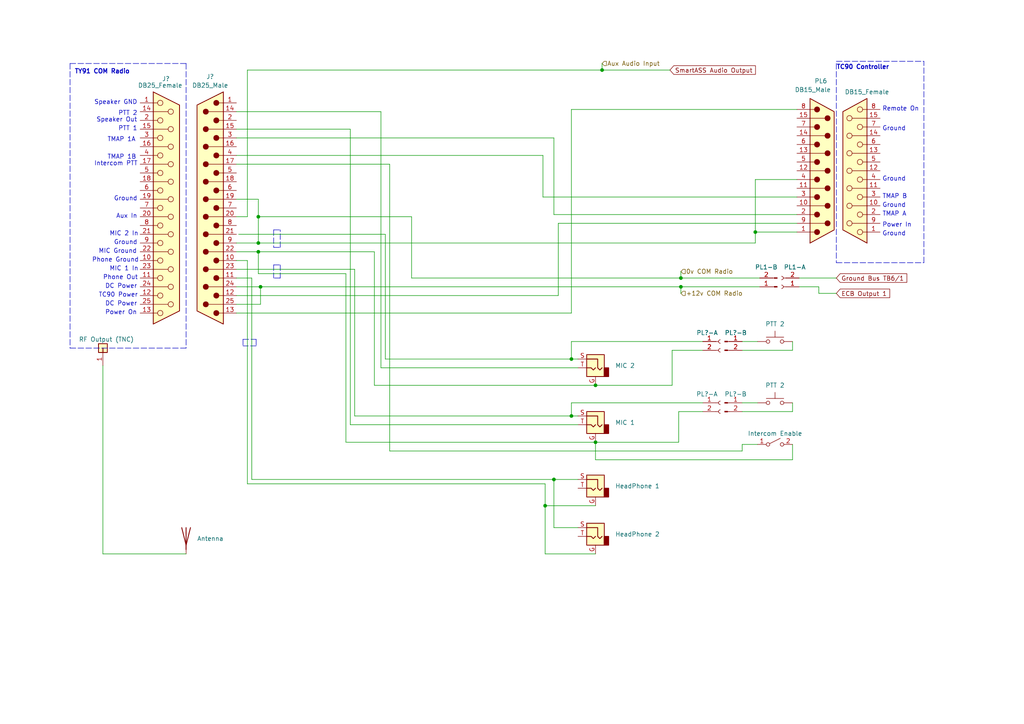
<source format=kicad_sch>
(kicad_sch (version 20211123) (generator eeschema)
  (paper "A4")
  (title_block (title "Europa COM Radio") (date "2022-12-29") (rev "2"))
  (lib_symbols
    (symbol "Connector:AudioJack2_Ground"
      (property "Reference" "J" (at 0 8.89 0))
      (property "Value" "AudioJack2_Ground" (at 0 6.35 0))
      (symbol "AudioJack2_Ground_0_1"
        (rectangle (start -2.54 -2.54) (end -3.81 0) (stroke (width 0.254)) (fill (type outline)))
        (polyline (pts (xy 0 0) (xy 0.635 -0.635) (xy 1.27 0) (xy 2.54 0)) (stroke (width 0.254)))
        (polyline (pts (xy 2.54 2.54) (xy -0.635 2.54) (xy -0.635 0) (xy -1.27 -0.635) (xy -1.905 0)) (stroke (width 0.254)))
        (rectangle (start 2.54 3.81) (end -2.54 -2.54) (stroke (width 0.254)) (fill (type background)))
      )
      (symbol "AudioJack2_Ground_1_1"
        (pin passive line (at 0 -5.08 90) (length 2.54) (name "~") (number "G"))
        (pin passive line (at 5.08 2.54 180) (length 2.54) (name "~") (number "S"))
        (pin passive line (at 5.08 0 180) (length 2.54) (name "~") (number "T"))
      )
    )
    (symbol "Connector:Conn_01x02_Female" (pin_names (offset 1.016) hide)
      (property "Reference" "J" (at 0 2.54 0))
      (property "Value" "Conn_01x02_Female" (at 0 -5.08 0))
      (symbol "Conn_01x02_Female_1_1"
        (arc (start 0 -2.032) (mid -0.508 -2.54) (end 0 -3.048) (stroke (width 0.1524)))
        (polyline (pts (xy -1.27 -2.54) (xy -0.508 -2.54)) (stroke (width 0.1524)))
        (polyline (pts (xy -1.27 0) (xy -0.508 0)) (stroke (width 0.1524)))
        (arc (start 0 0.508) (mid -0.508 0) (end 0 -0.508) (stroke (width 0.1524)))
        (pin passive line (at -5.08 0 0) (length 3.81) (name "Pin_1") (number "1"))
        (pin passive line (at -5.08 -2.54 0) (length 3.81) (name "Pin_2") (number "2"))
      )
    )
    (symbol "Connector:Conn_01x02_Male" (pin_names (offset 1.016) hide)
      (property "Reference" "J" (at 0 2.54 0))
      (property "Value" "Conn_01x02_Male" (at 0 -5.08 0))
      (symbol "Conn_01x02_Male_1_1"
        (polyline (pts (xy 1.27 -2.54) (xy 0.8636 -2.54)) (stroke (width 0.1524)))
        (polyline (pts (xy 1.27 0) (xy 0.8636 0)) (stroke (width 0.1524)))
        (rectangle (start 0.8636 -2.413) (end 0 -2.667) (stroke (width 0.1524)) (fill (type outline)))
        (rectangle (start 0.8636 0.127) (end 0 -0.127) (stroke (width 0.1524)) (fill (type outline)))
        (pin passive line (at 5.08 0 180) (length 3.81) (name "Pin_1") (number "1"))
        (pin passive line (at 5.08 -2.54 180) (length 3.81) (name "Pin_2") (number "2"))
      )
    )
    (symbol "Connector:DB15_Female" (pin_names (offset 1.016) hide)
      (property "Reference" "J" (at 0.508 21.59 0))
      (property "Value" "DB15_Female" (at 0 -22.225 0))
      (symbol "DB15_Female_0_1"
        (circle (center -1.778 -17.78) (radius 0.762))
        (circle (center -1.778 -12.7) (radius 0.762))
        (circle (center -1.778 -7.62) (radius 0.762))
        (circle (center -1.778 -2.54) (radius 0.762))
        (circle (center -1.778 2.54) (radius 0.762))
        (circle (center -1.778 7.62) (radius 0.762))
        (circle (center -1.778 12.7) (radius 0.762))
        (circle (center -1.778 17.78) (radius 0.762))
        (polyline (pts (xy -3.81 -17.78) (xy -2.54 -17.78)))
        (polyline (pts (xy -3.81 -15.24) (xy 0.508 -15.24)))
        (polyline (pts (xy -3.81 -12.7) (xy -2.54 -12.7)))
        (polyline (pts (xy -3.81 -10.16) (xy 0.508 -10.16)))
        (polyline (pts (xy -3.81 -7.62) (xy -2.54 -7.62)))
        (polyline (pts (xy -3.81 -5.08) (xy 0.508 -5.08)))
        (polyline (pts (xy -3.81 -2.54) (xy -2.54 -2.54)))
        (polyline (pts (xy -3.81 0) (xy 0.508 0)))
        (polyline (pts (xy -3.81 2.54) (xy -2.54 2.54)))
        (polyline (pts (xy -3.81 5.08) (xy 0.508 5.08)))
        (polyline (pts (xy -3.81 7.62) (xy -2.54 7.62)))
        (polyline (pts (xy -3.81 10.16) (xy 0.508 10.16)))
        (polyline (pts (xy -3.81 12.7) (xy -2.54 12.7)))
        (polyline (pts (xy -3.81 15.24) (xy 0.508 15.24)))
        (polyline (pts (xy -3.81 17.78) (xy -2.54 17.78)))
        (polyline (pts (xy -3.81 20.955) (xy 3.175 17.145) (xy 3.175 -17.145) (xy -3.81 -20.955) (xy -3.81 20.955)) (stroke (width 0.254)) (fill (type background)))
        (circle (center 1.27 -15.24) (radius 0.762))
        (circle (center 1.27 -10.16) (radius 0.762))
        (circle (center 1.27 -5.08) (radius 0.762))
        (circle (center 1.27 0) (radius 0.762))
        (circle (center 1.27 5.08) (radius 0.762))
        (circle (center 1.27 10.16) (radius 0.762))
        (circle (center 1.27 15.24) (radius 0.762))
      )
      (symbol "DB15_Female_1_1"
        (pin passive line (at -7.62 17.78 0) (length 3.81) (name "1") (number "1"))
        (pin passive line (at -7.62 10.16 0) (length 3.81) (name "P10") (number "10"))
        (pin passive line (at -7.62 5.08 0) (length 3.81) (name "P111") (number "11"))
        (pin passive line (at -7.62 0 0) (length 3.81) (name "P12") (number "12"))
        (pin passive line (at -7.62 -5.08 0) (length 3.81) (name "P13") (number "13"))
        (pin passive line (at -7.62 -10.16 0) (length 3.81) (name "P14") (number "14"))
        (pin passive line (at -7.62 -15.24 0) (length 3.81) (name "P15") (number "15"))
        (pin passive line (at -7.62 12.7 0) (length 3.81) (name "2") (number "2"))
        (pin passive line (at -7.62 7.62 0) (length 3.81) (name "3") (number "3"))
        (pin passive line (at -7.62 2.54 0) (length 3.81) (name "4") (number "4"))
        (pin passive line (at -7.62 -2.54 0) (length 3.81) (name "5") (number "5"))
        (pin passive line (at -7.62 -7.62 0) (length 3.81) (name "6") (number "6"))
        (pin passive line (at -7.62 -12.7 0) (length 3.81) (name "7") (number "7"))
        (pin passive line (at -7.62 -17.78 0) (length 3.81) (name "8") (number "8"))
        (pin passive line (at -7.62 15.24 0) (length 3.81) (name "P9") (number "9"))
      )
    )
    (symbol "Connector:DB15_Male" (pin_names (offset 1.016) hide)
      (property "Reference" "J" (at 0.508 21.59 0))
      (property "Value" "DB15_Male" (at 0 -22.225 0))
      (symbol "DB15_Male_0_1"
        (circle (center -1.778 -17.78) (radius 0.762) (fill (type outline)))
        (circle (center -1.778 -12.7) (radius 0.762) (fill (type outline)))
        (circle (center -1.778 -7.62) (radius 0.762) (fill (type outline)))
        (circle (center -1.778 -2.54) (radius 0.762) (fill (type outline)))
        (circle (center -1.778 2.54) (radius 0.762) (fill (type outline)))
        (circle (center -1.778 7.62) (radius 0.762) (fill (type outline)))
        (circle (center -1.778 12.7) (radius 0.762) (fill (type outline)))
        (circle (center -1.778 17.78) (radius 0.762) (fill (type outline)))
        (polyline (pts (xy -3.81 -17.78) (xy -2.54 -17.78)))
        (polyline (pts (xy -3.81 -15.24) (xy 0.508 -15.24)))
        (polyline (pts (xy -3.81 -12.7) (xy -2.54 -12.7)))
        (polyline (pts (xy -3.81 -10.16) (xy 0.508 -10.16)))
        (polyline (pts (xy -3.81 -7.62) (xy -2.54 -7.62)))
        (polyline (pts (xy -3.81 -5.08) (xy 0.508 -5.08)))
        (polyline (pts (xy -3.81 -2.54) (xy -2.54 -2.54)))
        (polyline (pts (xy -3.81 0) (xy 0.508 0)))
        (polyline (pts (xy -3.81 2.54) (xy -2.54 2.54)))
        (polyline (pts (xy -3.81 5.08) (xy 0.508 5.08)))
        (polyline (pts (xy -3.81 7.62) (xy -2.54 7.62)))
        (polyline (pts (xy -3.81 10.16) (xy 0.508 10.16)))
        (polyline (pts (xy -3.81 12.7) (xy -2.54 12.7)))
        (polyline (pts (xy -3.81 15.24) (xy 0.508 15.24)))
        (polyline (pts (xy -3.81 17.78) (xy -2.54 17.78)))
        (polyline (pts (xy -3.81 -20.955) (xy 3.175 -17.145) (xy 3.175 17.145) (xy -3.81 20.955) (xy -3.81 -20.955)) (stroke (width 0.254)) (fill (type background)))
        (circle (center 1.27 -15.24) (radius 0.762) (fill (type outline)))
        (circle (center 1.27 -10.16) (radius 0.762) (fill (type outline)))
        (circle (center 1.27 -5.08) (radius 0.762) (fill (type outline)))
        (circle (center 1.27 0) (radius 0.762) (fill (type outline)))
        (circle (center 1.27 5.08) (radius 0.762) (fill (type outline)))
        (circle (center 1.27 10.16) (radius 0.762) (fill (type outline)))
        (circle (center 1.27 15.24) (radius 0.762) (fill (type outline)))
      )
      (symbol "DB15_Male_1_1"
        (pin passive line (at -7.62 -17.78 0) (length 3.81) (name "1") (number "1"))
        (pin passive line (at -7.62 -10.16 0) (length 3.81) (name "P10") (number "10"))
        (pin passive line (at -7.62 -5.08 0) (length 3.81) (name "P111") (number "11"))
        (pin passive line (at -7.62 0 0) (length 3.81) (name "P12") (number "12"))
        (pin passive line (at -7.62 5.08 0) (length 3.81) (name "P13") (number "13"))
        (pin passive line (at -7.62 10.16 0) (length 3.81) (name "P14") (number "14"))
        (pin passive line (at -7.62 15.24 0) (length 3.81) (name "P15") (number "15"))
        (pin passive line (at -7.62 -12.7 0) (length 3.81) (name "2") (number "2"))
        (pin passive line (at -7.62 -7.62 0) (length 3.81) (name "3") (number "3"))
        (pin passive line (at -7.62 -2.54 0) (length 3.81) (name "4") (number "4"))
        (pin passive line (at -7.62 2.54 0) (length 3.81) (name "5") (number "5"))
        (pin passive line (at -7.62 7.62 0) (length 3.81) (name "6") (number "6"))
        (pin passive line (at -7.62 12.7 0) (length 3.81) (name "7") (number "7"))
        (pin passive line (at -7.62 17.78 0) (length 3.81) (name "8") (number "8"))
        (pin passive line (at -7.62 -15.24 0) (length 3.81) (name "P9") (number "9"))
      )
    )
    (symbol "Connector:DB25_Female" (pin_names (offset 1.016) hide)
      (property "Reference" "J" (at 0 34.29 0))
      (property "Value" "DB25_Female" (at 0 -34.925 0))
      (symbol "DB25_Female_0_1"
        (circle (center -1.778 -30.48) (radius 0.762))
        (circle (center -1.778 -25.4) (radius 0.762))
        (circle (center -1.778 -20.32) (radius 0.762))
        (circle (center -1.778 -15.24) (radius 0.762))
        (circle (center -1.778 -10.16) (radius 0.762))
        (circle (center -1.778 -5.08) (radius 0.762))
        (circle (center -1.778 0) (radius 0.762))
        (circle (center -1.778 5.08) (radius 0.762))
        (circle (center -1.778 10.16) (radius 0.762))
        (circle (center -1.778 15.24) (radius 0.762))
        (circle (center -1.778 20.32) (radius 0.762))
        (circle (center -1.778 25.4) (radius 0.762))
        (circle (center -1.778 30.48) (radius 0.762))
        (polyline (pts (xy -3.81 -30.48) (xy -2.54 -30.48)))
        (polyline (pts (xy -3.81 -27.94) (xy 0.508 -27.94)))
        (polyline (pts (xy -3.81 -25.4) (xy -2.54 -25.4)))
        (polyline (pts (xy -3.81 -22.86) (xy 0.508 -22.86)))
        (polyline (pts (xy -3.81 -20.32) (xy -2.54 -20.32)))
        (polyline (pts (xy -3.81 -17.78) (xy 0.508 -17.78)))
        (polyline (pts (xy -3.81 -15.24) (xy -2.54 -15.24)))
        (polyline (pts (xy -3.81 -12.7) (xy 0.508 -12.7)))
        (polyline (pts (xy -3.81 -10.16) (xy -2.54 -10.16)))
        (polyline (pts (xy -3.81 -7.62) (xy 0.508 -7.62)))
        (polyline (pts (xy -3.81 -5.08) (xy -2.54 -5.08)))
        (polyline (pts (xy -3.81 -2.54) (xy 0.508 -2.54)))
        (polyline (pts (xy -3.81 0) (xy -2.54 0)))
        (polyline (pts (xy -3.81 2.54) (xy 0.508 2.54)))
        (polyline (pts (xy -3.81 5.08) (xy -2.54 5.08)))
        (polyline (pts (xy -3.81 7.62) (xy 0.508 7.62)))
        (polyline (pts (xy -3.81 10.16) (xy -2.54 10.16)))
        (polyline (pts (xy -3.81 12.7) (xy 0.508 12.7)))
        (polyline (pts (xy -3.81 15.24) (xy -2.54 15.24)))
        (polyline (pts (xy -3.81 17.78) (xy 0.508 17.78)))
        (polyline (pts (xy -3.81 20.32) (xy -2.54 20.32)))
        (polyline (pts (xy -3.81 22.86) (xy 0.508 22.86)))
        (polyline (pts (xy -3.81 25.4) (xy -2.54 25.4)))
        (polyline (pts (xy -3.81 27.94) (xy 0.508 27.94)))
        (polyline (pts (xy -3.81 30.48) (xy -2.54 30.48)))
        (polyline (pts (xy -3.81 33.655) (xy 3.81 29.845) (xy 3.81 -29.845) (xy -3.81 -33.655) (xy -3.81 33.655)) (stroke (width 0.254)) (fill (type background)))
        (circle (center 1.27 -27.94) (radius 0.762))
        (circle (center 1.27 -22.86) (radius 0.762))
        (circle (center 1.27 -17.78) (radius 0.762))
        (circle (center 1.27 -12.7) (radius 0.762))
        (circle (center 1.27 -7.62) (radius 0.762))
        (circle (center 1.27 -2.54) (radius 0.762))
        (circle (center 1.27 2.54) (radius 0.762))
        (circle (center 1.27 7.62) (radius 0.762))
        (circle (center 1.27 12.7) (radius 0.762))
        (circle (center 1.27 17.78) (radius 0.762))
        (circle (center 1.27 22.86) (radius 0.762))
        (circle (center 1.27 27.94) (radius 0.762))
      )
      (symbol "DB25_Female_1_1"
        (pin passive line (at -7.62 30.48 0) (length 3.81) (name "1") (number "1"))
        (pin passive line (at -7.62 -15.24 0) (length 3.81) (name "10") (number "10"))
        (pin passive line (at -7.62 -20.32 0) (length 3.81) (name "11") (number "11"))
        (pin passive line (at -7.62 -25.4 0) (length 3.81) (name "12") (number "12"))
        (pin passive line (at -7.62 -30.48 0) (length 3.81) (name "13") (number "13"))
        (pin passive line (at -7.62 27.94 0) (length 3.81) (name "P14") (number "14"))
        (pin passive line (at -7.62 22.86 0) (length 3.81) (name "P15") (number "15"))
        (pin passive line (at -7.62 17.78 0) (length 3.81) (name "P16") (number "16"))
        (pin passive line (at -7.62 12.7 0) (length 3.81) (name "P17") (number "17"))
        (pin passive line (at -7.62 7.62 0) (length 3.81) (name "P18") (number "18"))
        (pin passive line (at -7.62 2.54 0) (length 3.81) (name "P19") (number "19"))
        (pin passive line (at -7.62 25.4 0) (length 3.81) (name "2") (number "2"))
        (pin passive line (at -7.62 -2.54 0) (length 3.81) (name "P20") (number "20"))
        (pin passive line (at -7.62 -7.62 0) (length 3.81) (name "P21") (number "21"))
        (pin passive line (at -7.62 -12.7 0) (length 3.81) (name "P22") (number "22"))
        (pin passive line (at -7.62 -17.78 0) (length 3.81) (name "P23") (number "23"))
        (pin passive line (at -7.62 -22.86 0) (length 3.81) (name "P24") (number "24"))
        (pin passive line (at -7.62 -27.94 0) (length 3.81) (name "P25") (number "25"))
        (pin passive line (at -7.62 20.32 0) (length 3.81) (name "3") (number "3"))
        (pin passive line (at -7.62 15.24 0) (length 3.81) (name "4") (number "4"))
        (pin passive line (at -7.62 10.16 0) (length 3.81) (name "5") (number "5"))
        (pin passive line (at -7.62 5.08 0) (length 3.81) (name "6") (number "6"))
        (pin passive line (at -7.62 0 0) (length 3.81) (name "7") (number "7"))
        (pin passive line (at -7.62 -5.08 0) (length 3.81) (name "8") (number "8"))
        (pin passive line (at -7.62 -10.16 0) (length 3.81) (name "9") (number "9"))
      )
    )
    (symbol "Connector:DB25_Male" (pin_names (offset 1.016) hide)
      (property "Reference" "J" (at 0 34.29 0))
      (property "Value" "DB25_Male" (at 0 -34.925 0))
      (symbol "DB25_Male_0_1"
        (circle (center -1.778 -30.48) (radius 0.762) (fill (type outline)))
        (circle (center -1.778 -25.4) (radius 0.762) (fill (type outline)))
        (circle (center -1.778 -20.32) (radius 0.762) (fill (type outline)))
        (circle (center -1.778 -15.24) (radius 0.762) (fill (type outline)))
        (circle (center -1.778 -10.16) (radius 0.762) (fill (type outline)))
        (circle (center -1.778 -5.08) (radius 0.762) (fill (type outline)))
        (circle (center -1.778 0) (radius 0.762) (fill (type outline)))
        (circle (center -1.778 5.08) (radius 0.762) (fill (type outline)))
        (circle (center -1.778 10.16) (radius 0.762) (fill (type outline)))
        (circle (center -1.778 15.24) (radius 0.762) (fill (type outline)))
        (circle (center -1.778 20.32) (radius 0.762) (fill (type outline)))
        (circle (center -1.778 25.4) (radius 0.762) (fill (type outline)))
        (circle (center -1.778 30.48) (radius 0.762) (fill (type outline)))
        (polyline (pts (xy -3.81 -30.48) (xy -2.54 -30.48)))
        (polyline (pts (xy -3.81 -27.94) (xy 0.508 -27.94)))
        (polyline (pts (xy -3.81 -25.4) (xy -2.54 -25.4)))
        (polyline (pts (xy -3.81 -22.86) (xy 0.508 -22.86)))
        (polyline (pts (xy -3.81 -20.32) (xy -2.54 -20.32)))
        (polyline (pts (xy -3.81 -17.78) (xy 0.508 -17.78)))
        (polyline (pts (xy -3.81 -15.24) (xy -2.54 -15.24)))
        (polyline (pts (xy -3.81 -12.7) (xy 0.508 -12.7)))
        (polyline (pts (xy -3.81 -10.16) (xy -2.54 -10.16)))
        (polyline (pts (xy -3.81 -7.62) (xy 0.508 -7.62)))
        (polyline (pts (xy -3.81 -5.08) (xy -2.54 -5.08)))
        (polyline (pts (xy -3.81 -2.54) (xy 0.508 -2.54)))
        (polyline (pts (xy -3.81 0) (xy -2.54 0)))
        (polyline (pts (xy -3.81 2.54) (xy 0.508 2.54)))
        (polyline (pts (xy -3.81 5.08) (xy -2.54 5.08)))
        (polyline (pts (xy -3.81 7.62) (xy 0.508 7.62)))
        (polyline (pts (xy -3.81 10.16) (xy -2.54 10.16)))
        (polyline (pts (xy -3.81 12.7) (xy 0.508 12.7)))
        (polyline (pts (xy -3.81 15.24) (xy -2.54 15.24)))
        (polyline (pts (xy -3.81 17.78) (xy 0.508 17.78)))
        (polyline (pts (xy -3.81 20.32) (xy -2.54 20.32)))
        (polyline (pts (xy -3.81 22.86) (xy 0.508 22.86)))
        (polyline (pts (xy -3.81 25.4) (xy -2.54 25.4)))
        (polyline (pts (xy -3.81 27.94) (xy 0.508 27.94)))
        (polyline (pts (xy -3.81 30.48) (xy -2.54 30.48)))
        (polyline (pts (xy -3.81 -33.655) (xy 3.81 -29.845) (xy 3.81 29.845) (xy -3.81 33.655) (xy -3.81 -33.655)) (stroke (width 0.254)) (fill (type background)))
        (circle (center 1.27 -27.94) (radius 0.762) (fill (type outline)))
        (circle (center 1.27 -22.86) (radius 0.762) (fill (type outline)))
        (circle (center 1.27 -17.78) (radius 0.762) (fill (type outline)))
        (circle (center 1.27 -12.7) (radius 0.762) (fill (type outline)))
        (circle (center 1.27 -7.62) (radius 0.762) (fill (type outline)))
        (circle (center 1.27 -2.54) (radius 0.762) (fill (type outline)))
        (circle (center 1.27 2.54) (radius 0.762) (fill (type outline)))
        (circle (center 1.27 7.62) (radius 0.762) (fill (type outline)))
        (circle (center 1.27 12.7) (radius 0.762) (fill (type outline)))
        (circle (center 1.27 17.78) (radius 0.762) (fill (type outline)))
        (circle (center 1.27 22.86) (radius 0.762) (fill (type outline)))
        (circle (center 1.27 27.94) (radius 0.762) (fill (type outline)))
      )
      (symbol "DB25_Male_1_1"
        (pin passive line (at -7.62 -30.48 0) (length 3.81) (name "1") (number "1"))
        (pin passive line (at -7.62 15.24 0) (length 3.81) (name "10") (number "10"))
        (pin passive line (at -7.62 20.32 0) (length 3.81) (name "11") (number "11"))
        (pin passive line (at -7.62 25.4 0) (length 3.81) (name "12") (number "12"))
        (pin passive line (at -7.62 30.48 0) (length 3.81) (name "13") (number "13"))
        (pin passive line (at -7.62 -27.94 0) (length 3.81) (name "P14") (number "14"))
        (pin passive line (at -7.62 -22.86 0) (length 3.81) (name "P15") (number "15"))
        (pin passive line (at -7.62 -17.78 0) (length 3.81) (name "P16") (number "16"))
        (pin passive line (at -7.62 -12.7 0) (length 3.81) (name "P17") (number "17"))
        (pin passive line (at -7.62 -7.62 0) (length 3.81) (name "P18") (number "18"))
        (pin passive line (at -7.62 -2.54 0) (length 3.81) (name "P19") (number "19"))
        (pin passive line (at -7.62 -25.4 0) (length 3.81) (name "2") (number "2"))
        (pin passive line (at -7.62 2.54 0) (length 3.81) (name "P20") (number "20"))
        (pin passive line (at -7.62 7.62 0) (length 3.81) (name "P21") (number "21"))
        (pin passive line (at -7.62 12.7 0) (length 3.81) (name "P22") (number "22"))
        (pin passive line (at -7.62 17.78 0) (length 3.81) (name "P23") (number "23"))
        (pin passive line (at -7.62 22.86 0) (length 3.81) (name "P24") (number "24"))
        (pin passive line (at -7.62 27.94 0) (length 3.81) (name "P25") (number "25"))
        (pin passive line (at -7.62 -20.32 0) (length 3.81) (name "3") (number "3"))
        (pin passive line (at -7.62 -15.24 0) (length 3.81) (name "4") (number "4"))
        (pin passive line (at -7.62 -10.16 0) (length 3.81) (name "5") (number "5"))
        (pin passive line (at -7.62 -5.08 0) (length 3.81) (name "6") (number "6"))
        (pin passive line (at -7.62 0 0) (length 3.81) (name "7") (number "7"))
        (pin passive line (at -7.62 5.08 0) (length 3.81) (name "8") (number "8"))
        (pin passive line (at -7.62 10.16 0) (length 3.81) (name "9") (number "9"))
      )
    )
    (symbol "Connector_Generic:Conn_01x01" (pin_names (offset 1.016) hide)
      (property "Reference" "J" (at 0 2.54 0))
      (property "Value" "Conn_01x01" (at 0 -2.54 0))
      (symbol "Conn_01x01_1_1"
        (rectangle (start -1.27 0.127) (end 0 -0.127) (stroke (width 0.1524)))
        (rectangle (start -1.27 1.27) (end 1.27 -1.27) (stroke (width 0.254)) (fill (type background)))
        (pin passive line (at -5.08 0 0) (length 3.81) (name "Pin_1") (number "1"))
      )
    )
    (symbol "Device:Antenna" (pin_numbers hide) (pin_names (offset 1.016) hide)
      (property "Reference" "AE" (at -1.905 1.905 0))
      (property "Value" "Antenna" (at -1.905 0 0))
      (symbol "Antenna_0_1"
        (polyline (pts (xy 0 2.54) (xy 0 -3.81)) (stroke (width 0.254)))
        (polyline (pts (xy 1.27 2.54) (xy 0 -2.54) (xy -1.27 2.54)) (stroke (width 0.254)))
      )
      (symbol "Antenna_1_1"
        (pin input line (at 0 -5.08 90) (length 2.54) (name "A") (number "1"))
      )
    )
    (symbol "Switch:SW_Push" (pin_numbers hide) (pin_names (offset 1.016) hide)
      (property "Reference" "SW" (at 1.27 2.54 0))
      (property "Value" "SW_Push" (at 0 -1.524 0))
      (symbol "SW_Push_0_1"
        (circle (center -2.032 0) (radius 0.508))
        (polyline (pts (xy 0 1.27) (xy 0 3.048)))
        (polyline (pts (xy 2.54 1.27) (xy -2.54 1.27)))
        (circle (center 2.032 0) (radius 0.508))
        (pin passive line (at -5.08 0 0) (length 2.54) (name "1") (number "1"))
        (pin passive line (at 5.08 0 180) (length 2.54) (name "2") (number "2"))
      )
    )
    (symbol "Switch:SW_SPST" (pin_names (offset 0) hide)
      (property "Reference" "SW" (at 0 3.175 0))
      (property "Value" "SW_SPST" (at 0 -2.54 0))
      (symbol "SW_SPST_0_0"
        (circle (center -2.032 0) (radius 0.508))
        (polyline (pts (xy -1.524 0.254) (xy 1.524 1.778)))
        (circle (center 2.032 0) (radius 0.508))
      )
      (symbol "SW_SPST_1_1"
        (pin passive line (at -5.08 0 0) (length 2.54) (name "A") (number "1"))
        (pin passive line (at 5.08 0 180) (length 2.54) (name "B") (number "2"))
      )
    )
  )
  (junction (at 197.485 80.645))
  (junction (at 174.625 20.32))
  (junction (at 75.565 83.185))
  (junction (at 160.655 139.065))
  (junction (at 172.72 128.27))
  (junction (at 165.735 120.65))
  (junction (at 172.72 111.76))
  (junction (at 74.93 62.865))
  (junction (at 74.93 73.025))
  (junction (at 74.93 70.485))
  (junction (at 219.075 67.31))
  (junction (at 197.485 83.185))
  (junction (at 165.735 104.14))
  (junction (at 158.115 146.685))
  (wire (pts (xy 68.58 75.565) (xy 71.755 75.565)))
  (wire (pts (xy 197.485 80.645) (xy 220.345 80.645)))
  (wire (pts (xy 172.72 128.27) (xy 172.72 133.35)))
  (wire (pts (xy 219.075 52.07) (xy 219.075 67.31)))
  (wire (pts (xy 100.33 79.375) (xy 100.33 128.27)))
  (polyline (pts (xy 70.485 98.425) (xy 70.485 100.33)))
  (wire (pts (xy 68.58 40.005) (xy 160.655 40.005)))
  (wire (pts (xy 167.64 106.68) (xy 110.49 106.68)))
  (wire (pts (xy 172.72 128.27) (xy 196.85 128.27)))
  (polyline (pts (xy 53.975 18.415) (xy 20.32 18.415)))
  (wire (pts (xy 68.58 70.485) (xy 74.93 70.485)))
  (wire (pts (xy 71.755 62.865) (xy 71.755 20.32)))
  (polyline (pts (xy 81.28 71.755) (xy 81.28 66.675)))
  (polyline (pts (xy 81.28 80.645) (xy 79.375 80.645)))
  (wire (pts (xy 165.735 120.65) (xy 167.64 120.65)))
  (wire (pts (xy 68.58 90.805) (xy 165.735 90.805)))
  (polyline (pts (xy 79.375 71.755) (xy 81.28 71.755)))
  (polyline (pts (xy 242.57 17.78) (xy 267.97 17.78)))
  (wire (pts (xy 68.58 47.625) (xy 113.03 47.625)))
  (wire (pts (xy 73.025 139.065) (xy 160.655 139.065)))
  (wire (pts (xy 160.655 139.065) (xy 167.64 139.065)))
  (wire (pts (xy 158.115 146.685) (xy 158.115 140.335)))
  (wire (pts (xy 158.115 140.335) (xy 71.755 140.335)))
  (wire (pts (xy 74.93 57.785) (xy 74.93 62.865)))
  (wire (pts (xy 237.49 85.09) (xy 242.57 85.09)))
  (wire (pts (xy 74.93 73.025) (xy 74.93 79.375)))
  (polyline (pts (xy 79.375 76.835) (xy 79.375 80.645)))
  (wire (pts (xy 165.735 99.06) (xy 203.835 99.06)))
  (wire (pts (xy 74.93 79.375) (xy 100.33 79.375)))
  (wire (pts (xy 111.76 67.945) (xy 111.76 104.14)))
  (polyline (pts (xy 267.97 76.2) (xy 267.97 17.78)))
  (wire (pts (xy 160.655 40.005) (xy 160.655 62.23)))
  (polyline (pts (xy 20.32 18.415) (xy 20.32 100.965)))
  (wire (pts (xy 161.925 85.725) (xy 161.925 64.77)))
  (wire (pts (xy 108.585 73.025) (xy 108.585 111.76)))
  (wire (pts (xy 231.14 52.07) (xy 219.075 52.07)))
  (wire (pts (xy 68.58 83.185) (xy 75.565 83.185)))
  (wire (pts (xy 75.565 83.185) (xy 197.485 83.185)))
  (wire (pts (xy 215.265 101.6) (xy 229.87 101.6)))
  (polyline (pts (xy 79.375 66.675) (xy 81.28 66.675)))
  (wire (pts (xy 229.87 116.84) (xy 229.87 119.38)))
  (wire (pts (xy 215.265 116.84) (xy 219.71 116.84)))
  (wire (pts (xy 68.58 45.085) (xy 157.48 45.085)))
  (polyline (pts (xy 53.975 18.415) (xy 53.975 100.965)))
  (wire (pts (xy 160.655 62.23) (xy 231.14 62.23)))
  (wire (pts (xy 74.93 62.865) (xy 74.93 70.485)))
  (wire (pts (xy 71.755 20.32) (xy 174.625 20.32)))
  (wire (pts (xy 215.265 119.38) (xy 229.87 119.38)))
  (wire (pts (xy 68.58 80.645) (xy 73.025 80.645)))
  (wire (pts (xy 68.58 62.865) (xy 71.755 62.865)))
  (wire (pts (xy 108.585 111.76) (xy 172.72 111.76)))
  (wire (pts (xy 197.485 78.74) (xy 197.485 80.645)))
  (polyline (pts (xy 79.375 66.675) (xy 79.375 71.755)))
  (wire (pts (xy 165.735 31.75) (xy 231.14 31.75)))
  (wire (pts (xy 75.565 83.185) (xy 75.565 88.265)))
  (wire (pts (xy 110.49 32.385) (xy 68.58 32.385)))
  (wire (pts (xy 100.33 128.27) (xy 172.72 128.27)))
  (wire (pts (xy 68.58 85.725) (xy 161.925 85.725)))
  (wire (pts (xy 29.845 160.655) (xy 53.975 160.655)))
  (wire (pts (xy 113.03 47.625) (xy 113.03 130.81)))
  (wire (pts (xy 102.87 120.65) (xy 165.735 120.65)))
  (wire (pts (xy 229.87 128.905) (xy 229.87 133.35)))
  (wire (pts (xy 157.48 45.085) (xy 157.48 57.15)))
  (wire (pts (xy 229.87 99.06) (xy 229.87 101.6)))
  (wire (pts (xy 102.87 78.105) (xy 102.87 120.65)))
  (wire (pts (xy 165.735 120.65) (xy 165.735 116.84)))
  (wire (pts (xy 194.945 101.6) (xy 203.835 101.6)))
  (wire (pts (xy 74.93 70.485) (xy 219.075 70.485)))
  (wire (pts (xy 174.625 20.32) (xy 194.31 20.32)))
  (wire (pts (xy 165.735 104.14) (xy 165.735 99.06)))
  (wire (pts (xy 194.945 101.6) (xy 194.945 111.76)))
  (polyline (pts (xy 74.295 100.33) (xy 70.485 100.33)))
  (wire (pts (xy 174.625 18.415) (xy 174.625 20.32)))
  (wire (pts (xy 68.58 88.265) (xy 75.565 88.265)))
  (polyline (pts (xy 20.32 100.965) (xy 53.975 100.965)))
  (wire (pts (xy 231.775 83.185) (xy 237.49 83.185)))
  (polyline (pts (xy 242.57 18.415) (xy 242.57 76.2)))
  (wire (pts (xy 165.735 104.14) (xy 167.64 104.14)))
  (wire (pts (xy 68.58 37.465) (xy 101.6 37.465)))
  (wire (pts (xy 74.93 73.025) (xy 108.585 73.025)))
  (wire (pts (xy 69.215 67.945) (xy 111.76 67.945)))
  (wire (pts (xy 215.265 128.905) (xy 219.71 128.905)))
  (wire (pts (xy 29.845 106.045) (xy 29.845 160.655)))
  (wire (pts (xy 165.735 90.805) (xy 165.735 31.75)))
  (polyline (pts (xy 74.295 98.425) (xy 74.295 100.33)))
  (wire (pts (xy 161.925 64.77) (xy 231.14 64.77)))
  (wire (pts (xy 197.485 83.185) (xy 220.345 83.185)))
  (wire (pts (xy 229.87 133.35) (xy 172.72 133.35)))
  (wire (pts (xy 113.03 130.81) (xy 215.265 130.81)))
  (wire (pts (xy 215.265 130.81) (xy 215.265 128.905)))
  (wire (pts (xy 194.945 111.76) (xy 172.72 111.76)))
  (wire (pts (xy 68.58 78.105) (xy 102.87 78.105)))
  (wire (pts (xy 101.6 123.19) (xy 167.64 123.19)))
  (polyline (pts (xy 81.28 76.835) (xy 81.28 80.645)))
  (wire (pts (xy 158.115 146.685) (xy 172.72 146.685)))
  (polyline (pts (xy 70.485 98.425) (xy 74.295 98.425)))
  (wire (pts (xy 71.755 75.565) (xy 71.755 140.335)))
  (wire (pts (xy 68.58 73.025) (xy 74.93 73.025)))
  (wire (pts (xy 74.93 62.865) (xy 119.38 62.865)))
  (wire (pts (xy 158.115 160.655) (xy 172.72 160.655)))
  (wire (pts (xy 68.58 57.785) (xy 74.93 57.785)))
  (wire (pts (xy 219.075 70.485) (xy 219.075 67.31)))
  (wire (pts (xy 197.485 83.185) (xy 197.485 85.09)))
  (wire (pts (xy 73.025 80.645) (xy 73.025 139.065)))
  (wire (pts (xy 231.775 80.645) (xy 242.57 80.645)))
  (polyline (pts (xy 79.375 76.835) (xy 81.28 76.835)))
  (wire (pts (xy 196.85 128.27) (xy 196.85 119.38)))
  (wire (pts (xy 111.76 104.14) (xy 165.735 104.14)))
  (wire (pts (xy 119.38 62.865) (xy 119.38 80.645)))
  (wire (pts (xy 101.6 37.465) (xy 101.6 123.19)))
  (wire (pts (xy 110.49 106.68) (xy 110.49 32.385)))
  (wire (pts (xy 165.735 116.84) (xy 203.835 116.84)))
  (polyline (pts (xy 242.57 76.2) (xy 267.97 76.2)))
  (wire (pts (xy 237.49 83.185) (xy 237.49 85.09)))
  (wire (pts (xy 157.48 57.15) (xy 231.14 57.15)))
  (wire (pts (xy 160.655 153.035) (xy 167.64 153.035)))
  (wire (pts (xy 160.655 139.065) (xy 160.655 153.035)))
  (wire (pts (xy 196.85 119.38) (xy 203.835 119.38)))
  (wire (pts (xy 219.075 67.31) (xy 231.14 67.31)))
  (wire (pts (xy 119.38 80.645) (xy 197.485 80.645)))
  (wire (pts (xy 158.115 146.685) (xy 158.115 160.655)))
  (wire (pts (xy 215.265 99.06) (xy 219.71 99.06)))
  (text "Phone Ground" (at 26.67 76.2 0) (effects (font (size 1.27 1.27)) (justify left bottom)))
  (text "MIC 2 In" (at 31.75 68.58 0) (effects (font (size 1.27 1.27)) (justify left bottom)))
  (text "TC90 Power" (at 28.575 86.36 0) (effects (font (size 1.27 1.27)) (justify left bottom)))
  (text "DC Power" (at 30.48 88.9 0) (effects (font (size 1.27 1.27)) (justify left bottom)))
  (text "Aux In" (at 33.655 63.5 0) (effects (font (size 1.27 1.27)) (justify left bottom)))
  (text "Intercom PTT" (at 27.305 48.26 0) (effects (font (size 1.27 1.27)) (justify left bottom)))
  (text "TMAP 1A" (at 31.115 41.275 0) (effects (font (size 1.27 1.27)) (justify left bottom)))
  (text "MIC Ground" (at 28.575 73.66 0) (effects (font (size 1.27 1.27)) (justify left bottom)))
  (text "DC Power" (at 30.48 83.82 0) (effects (font (size 1.27 1.27)) (justify left bottom)))
  (text "PTT 2" (at 34.29 33.655 0) (effects (font (size 1.27 1.27)) (justify left bottom)))
  (text "TMAP 1B" (at 31.115 46.355 0) (effects (font (size 1.27 1.27)) (justify left bottom)))
  (text "Ground" (at 33.02 71.12 0) (effects (font (size 1.27 1.27)) (justify left bottom)))
  (text "MIC 1 In" (at 31.75 78.74 0) (effects (font (size 1.27 1.27)) (justify left bottom)))
  (text "Ground" (at 255.905 52.705 0) (effects (font (size 1.27 1.27)) (justify left bottom)))
  (text "Speaker Out" (at 27.94 35.56 0) (effects (font (size 1.27 1.27)) (justify left bottom)))
  (text "Remote On" (at 255.905 32.385 0) (effects (font (size 1.27 1.27)) (justify left bottom)))
  (text "Phone Out" (at 29.845 81.28 0) (effects (font (size 1.27 1.27)) (justify left bottom)))
  (text "PTT 1" (at 34.29 38.1 0) (effects (font (size 1.27 1.27)) (justify left bottom)))
  (text "TY91 COM Radio" (at 21.59 21.59 0) (effects (font (size 1.27 1.27) (thickness 0.254) bold) (justify left bottom)))
  (text "TMAP A" (at 255.905 62.865 0) (effects (font (size 1.27 1.27)) (justify left bottom)))
  (text "Power In" (at 255.905 66.04 0) (effects (font (size 1.27 1.27)) (justify left bottom)))
  (text "TMAP B" (at 255.905 57.785 0) (effects (font (size 1.27 1.27)) (justify left bottom)))
  (text "Power On" (at 30.48 91.44 0) (effects (font (size 1.27 1.27)) (justify left bottom)))
  (text "Ground" (at 255.905 60.325 0) (effects (font (size 1.27 1.27)) (justify left bottom)))
  (text "Speaker GND" (at 27.305 30.48 0) (effects (font (size 1.27 1.27)) (justify left bottom)))
  (text "Ground" (at 255.905 38.1 0) (effects (font (size 1.27 1.27)) (justify left bottom)))
  (text "TC90 Controller" (at 242.57 20.32 0) (effects (font (size 1.27 1.27) bold) (justify left bottom)))
  (text "Ground" (at 33.02 58.42 0) (effects (font (size 1.27 1.27)) (justify left bottom)))
  (text "Ground" (at 255.905 68.58 0) (effects (font (size 1.27 1.27)) (justify left bottom)))
  (global_label "Ground Bus TB6{slash}1" (shape input) (at 242.57 80.645 0) (property "Intersheet References" "${INTERSHEET_REFS}" (effects hide)))
  (global_label "ECB Output 1" (shape input) (at 242.57 85.09 0) (property "Intersheet References" "${INTERSHEET_REFS}" (effects hide)))
  (global_label "SmartASS Audio Output" (shape input) (at 194.31 20.32 0) (property "Intersheet References" "${INTERSHEET_REFS}" (effects hide)))
  (hierarchical_label "Aux Audio Input" (shape input) (at 174.625 18.415 0))
  (hierarchical_label "0v COM Radio" (shape input) (at 197.485 78.74 0))
  (hierarchical_label "+12v COM Radio" (shape input) (at 197.485 85.09 0))
  (symbol (lib_id "Connector:AudioJack2_Ground") (at 172.72 155.575 0) (mirror y) (unit 1)
    (property "Reference" "J?" (effects hide))
    (property "Value" "HeadPhone 2" (at 178.435 154.94 0) (effects (justify right)))
  )
  (symbol (lib_id "Connector_Generic:Conn_01x01") (at 29.845 100.965 90) (unit 1)
    (property "Reference" "J?" (effects hide))
    (property "Value" "RF Output (TNC)" (at 22.86 98.425 90) (effects (justify right)))
  )
  (symbol (lib_id "Connector:AudioJack2_Ground") (at 172.72 141.605 0) (mirror y) (unit 1)
    (property "Reference" "J?" (effects hide))
    (property "Value" "HeadPhone 1" (at 178.435 140.9699 0) (effects (justify right)))
  )
  (symbol (lib_id "Connector:DB15_Male") (at 238.76 49.53 0) (unit 1)
    (property "Reference" "PL6" (at 236.22 23.495 0) (effects (justify left)))
    (property "Value" "DB15_Male" (at 230.505 26.035 0) (effects (justify left)))
    (property "Datasheet" " ~" (effects hide))
  )
  (symbol (lib_id "Connector:Conn_01x02_Female") (at 208.915 99.06 0) (unit 1)
    (property "Reference" "J?" (effects hide))
    (property "Value" "PL?-B" (at 210.185 96.52 0) (effects (justify left)))
  )
  (symbol (lib_id "Connector:Conn_01x02_Female") (at 226.695 83.185 180) (unit 1)
    (property "Reference" "J?" (effects hide))
    (property "Value" "PL1-B" (at 222.25 77.47 0))
  )
  (symbol (lib_id "Connector:Conn_01x02_Male") (at 210.185 116.84 0) (unit 1)
    (property "Reference" "J?" (effects hide))
    (property "Value" "PL?-B" (at 213.36 114.3 0))
  )
  (symbol (lib_id "Connector:AudioJack2_Ground") (at 172.72 123.19 0) (mirror y) (unit 1)
    (property "Reference" "J?" (effects hide))
    (property "Value" "MIC 1" (at 178.435 122.5549 0) (effects (justify right)))
  )
  (symbol (lib_id "Switch:SW_Push") (at 224.79 116.84 0) (unit 1)
    (property "Reference" "SW?" (effects hide))
    (property "Value" "PTT 2" (at 224.79 111.76 0))
  )
  (symbol (lib_id "Connector:Conn_01x02_Male") (at 225.425 83.185 180) (unit 1)
    (property "Reference" "J?" (effects hide))
    (property "Value" "PL1-A" (at 227.33 77.47 0) (effects (justify right)))
  )
  (symbol (lib_id "Switch:SW_Push") (at 224.79 99.06 0) (unit 1)
    (property "Reference" "SW?" (effects hide))
    (property "Value" "PTT 2" (at 224.79 93.98 0))
  )
  (symbol (lib_id "Connector:Conn_01x02_Male") (at 210.185 99.06 0) (unit 1)
    (property "Reference" "J?" (effects hide))
    (property "Value" "PL?-A" (at 205.105 96.52 0))
  )
  (symbol (lib_id "Connector:Conn_01x02_Female") (at 208.915 116.84 0) (unit 1)
    (property "Reference" "J?" (effects hide))
    (property "Value" "PL?-A" (at 201.93 114.3 0) (effects (justify left)))
  )
  (symbol (lib_id "Connector:DB25_Female") (at 48.26 60.325 0) (unit 1)
    (property "Reference" "J?" (at 46.99 22.86 0) (effects (justify left)))
    (property "Value" "DB25_Female" (at 40.005 24.765 0) (effects (justify left)))
    (property "Datasheet" " ~" (effects hide))
  )
  (symbol (lib_id "Connector:AudioJack2_Ground") (at 172.72 106.68 0) (mirror y) (unit 1)
    (property "Reference" "J?" (effects hide))
    (property "Value" "MIC 2" (at 178.435 106.0449 0) (effects (justify right)))
  )
  (symbol (lib_id "Device:Antenna") (at 53.975 155.575 0) (unit 1)
    (property "Reference" "AE?" (effects hide))
    (property "Value" "Antenna" (at 57.15 156.2099 0) (effects (justify left)))
  )
  (symbol (lib_id "Connector:DB15_Female") (at 247.65 49.53 180) (unit 1)
    (property "Reference" "J?" (effects hide))
    (property "Value" "DB15_Female" (at 251.46 26.67 0))
    (property "Datasheet" " ~" (effects hide))
  )
  (symbol (lib_id "Connector:DB25_Male") (at 60.96 60.325 180) (unit 1)
    (property "Reference" "J?" (at 60.96 22.225 0))
    (property "Value" "DB25_Male" (at 60.96 24.765 0))
    (property "Datasheet" " ~" (effects hide))
  )
  (symbol (lib_id "Switch:SW_SPST") (at 224.79 128.905 0) (unit 1)
    (property "Reference" "SW?" (effects hide))
    (property "Value" "Intercom Enable" (at 224.79 125.73 0))
  )
)
</source>
